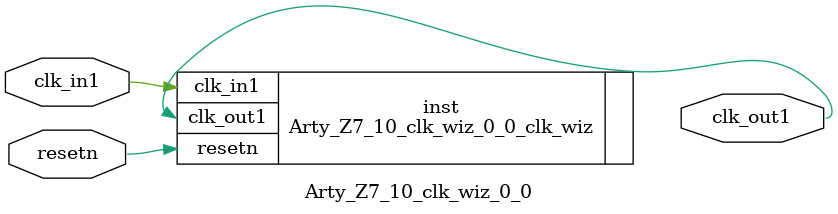
<source format=v>


`timescale 1ps/1ps

(* CORE_GENERATION_INFO = "Arty_Z7_10_clk_wiz_0_0,clk_wiz_v6_0_15_0_0,{component_name=Arty_Z7_10_clk_wiz_0_0,use_phase_alignment=true,use_min_o_jitter=false,use_max_i_jitter=false,use_dyn_phase_shift=false,use_inclk_switchover=false,use_dyn_reconfig=false,enable_axi=0,feedback_source=FDBK_AUTO,PRIMITIVE=PLL,num_out_clk=1,clkin1_period=8.000,clkin2_period=10.0,use_power_down=false,use_reset=true,use_locked=false,use_inclk_stopped=false,feedback_type=SINGLE,CLOCK_MGR_TYPE=NA,manual_override=false}" *)

module Arty_Z7_10_clk_wiz_0_0 
 (
  // Clock out ports
  output        clk_out1,
  // Status and control signals
  input         resetn,
 // Clock in ports
  input         clk_in1
 );

  Arty_Z7_10_clk_wiz_0_0_clk_wiz inst
  (
  // Clock out ports  
  .clk_out1(clk_out1),
  // Status and control signals               
  .resetn(resetn), 
 // Clock in ports
  .clk_in1(clk_in1)
  );

endmodule

</source>
